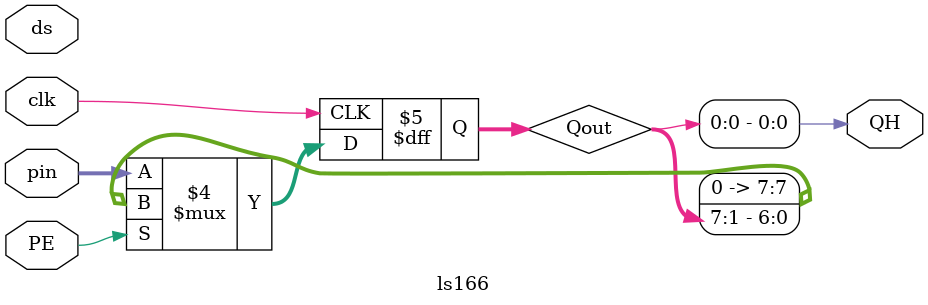
<source format=v>
`timescale 1ns/1ps

`define ASSIGN_UNPACK_ARRAY(PK_LEN, PK_WIDTH, UNPK_DEST, PK_SRC) wire [PK_LEN*PK_WIDTH-1:0] PK_IN_BUS; assign PK_IN_BUS=PK_SRC; generate genvar unpk_idx; for (unpk_idx=0; unpk_idx<PK_LEN; unpk_idx=unpk_idx+1) begin: gen_unpack assign UNPK_DEST[unpk_idx][PK_WIDTH-1:0]=PK_IN_BUS[PK_WIDTH*unpk_idx+:PK_WIDTH]; end endgenerate
`define PACK_ARRAY(PK_LEN, PK_WIDTH, UNPK_SRC) PK_OUT_BUS; wire [PK_LEN*PK_WIDTH-1:0] PK_OUT_BUS; generate genvar pk_idx; for (pk_idx=0; pk_idx<PK_LEN; pk_idx=pk_idx+1) begin: gen_pack assign PK_OUT_BUS[PK_WIDTH*pk_idx+:PK_WIDTH]=UNPK_SRC[pk_idx][PK_WIDTH-1:0]; end endgenerate

/*        _____________
        _|             |_
n_clr1 |_|1          14|_| VCC
        _|             |_
d1     |_|2          13|_| n_clr2
        _|             |_
clk1   |_|3          12|_| d2
        _|             |_
n_pre1 |_|4          11|_| clk2
        _|             |_
q1     |_|5          10|_| n_pre2
        _|             |_
n_q1   |_|6           9|_| q2
        _|             |_
GND    |_|7           8|_| n_q2
         |_____________|
*/

module ls74  //not used
(
	input  n_pre1, n_pre2,
	input  n_clr1, n_clr2,
	input  clk1, clk2,
	input  d1, d2,
	output reg q1, q2,
    output n_q1, n_q2
);

always @(posedge clk1 or negedge n_pre1 or negedge n_clr1) begin
	if(!n_pre1)
		q1 <= 1;
	else if(!n_clr1)
		q1 <= 0;
	else
		q1 <= d1;
end
assign n_q1 = ~q1;

always @(posedge clk2 or negedge n_pre2 or negedge n_clr2) begin
	if(!n_pre2)
		q2 <= 1;
	else if(!n_clr2)
		q2 <= 0;
	else
		q2 <= d2;
end
assign n_q2 = ~q2;

endmodule

//74LS107 Chip pinout:
/*     _____________
     _|             |_
1J  |_|1          14|_| VCC
     _|             |_
1nQ |_|2          13|_| 1nCLR
     _|             |_
1Q  |_|3          12|_| 1CK
     _|             |_
1K  |_|4          11|_| 2K
     _|             |_
2Q  |_|5          10|_| 2nCLR
     _|             |_
2nQ |_|6           9|_| 2CK
     _|             |_
GND |_|7           8|_| 2J
      |_____________|
*/

module ls107(
   input clear,
   input clk,
   input j,
   input k,
   output reg q,
   output qnot,
	output reg q_immediate
);

assign qnot=~q;
  always @(posedge clk or negedge clear) begin
	if (!clear) q_immediate<=1'b0; else
		case ({j, k})
		2'b00: q_immediate<=q;
		2'b01: q_immediate<=1'b0;
		2'b10: q_immediate<=1'b1;
		2'b11: q_immediate<=~q;
		endcase
  end
  always @(negedge clk) begin
			q<=q_immediate;
  end
endmodule


//74LS139 Chip pinout:
/*      _____________
      _|             |_
1n_G |_|1          16|_| VCC
      _|             |_
1A   |_|2          15|_| 2n_G
      _|             |_
1B   |_|3          14|_| 2A
      _|             |_
1Y0  |_|4          13|_| 2B
      _|             |_
1Y1  |_|5          12|_| 2Y0
      _|             |_
1Y2  |_|6          11|_| 2Y1
      _|             |_
1Y3  |_|7          10|_| 2Y2
      _|             |_
GND  |_|8           9|_| 2Y3
       |_____________|
*/

module ls139 //used
(
	input  		 a,
    input  		 b,
  	input  		 n_g,
  	output [3:0] y
);

  assign y = (!n_g && !a && !b) ? 4'b1110:
    (!n_g && a && !b)  ? 4'b1101:
    (!n_g && !a && b)  ? 4'b1011:
    (!n_g && a && b)   ? 4'b0111:
	4'b1111;

endmodule



//Chip pinout:
/*       _____________
       _|             |_
 D(3) |_|1          16|_| VCC
       _|             |_
 D(2) |_|2          15|_| D(4)
       _|             |_
 D(1) |_|3          14|_| D(5)
       _|             |_
 D(0) |_|4          13|_| D(6)
       _|             |_
   Y  |_|5          12|_| D(7)
       _|             |_
   W  |_|6          11|_| A
       _|             |_
   S  |_|7          10|_| B
       _|             |_
  GND |_|8           9|_| C
        |_____________|
*/

module ttl_74283 #(parameter WIDTH = 4, DELAY_RISE = 0, DELAY_FALL = 0) //used
(
  input [WIDTH-1:0] a,
  input [WIDTH-1:0] b,
  input c_in,
  output [WIDTH-1:0] sum,
  output c_out
);

//------------------------------------------------//
reg [WIDTH-1:0] Sum_computed;
reg C_computed;

always @(*)
begin
  {C_computed, Sum_computed} = {1'b0, a} + {1'b0, b} + c_in;
end
//------------------------------------------------//

assign #(DELAY_RISE, DELAY_FALL) sum = Sum_computed;
assign #(DELAY_RISE, DELAY_FALL) c_out = C_computed;

endmodule


module ls138x ( //used
	input  [2:0] A,
  	input		 nE1,
  	input		 nE2,
   input		 E3,
  	output [7:0] Y
);

reg [7:0] Q;
wire trigger;
assign trigger = !nE1 & !nE2 & E3;

always @(*) begin

	 if (trigger) begin
		case (A)
		  3'b000: Q[7:0]=8'b11111110;
		  3'b001: Q[7:0]=8'b11111101;
		  3'b010: Q[7:0]=8'b11111011;
		  3'b011: Q[7:0]=8'b11110111;
		  3'b100: Q[7:0]=8'b11101111;
		  3'b101: Q[7:0]=8'b11011111;
		  3'b110: Q[7:0]=8'b10111111;
		  3'b111: Q[7:0]=8'b01111111;
		  //default: Q[7:0]=8'b11111111;
		endcase

	 end
	 else begin //
		Q[7:0] = 8'b11111111;
	 end
end

assign Y = Q;

endmodule


// 3-to-8 line decoder/demultiplexer; inverting
module jt74138( // ref: 74??138
    input        e1_b,  // pin: 4
    input        e2_b,	// pin: 5
    input        e3,    // pin: 6
    input  [2:0] a,     // pin: 3,2,1
    output [7:0] y_b,   // pin: 7,9,10,11,12,13,14,15
    input        VDD,   // pin: 16
    input        VSS    // pin: 8
);
    reg [7:0] yb_nodly;
    always @(*)
        if( e1_b || e2_b || !e3 )
            yb_nodly <= 8'hff;
        else yb_nodly = ~ ( 8'b1 << a );
    assign #30 y_b = yb_nodly;
endmodule




module ls139x //used
(
	input  [1:0] A,
  	input  		 nE,
  	output [3:0] Y
);
	reg [3:0] Q;
	wire trigger;
	assign trigger = !nE;

always @(*) begin
	if (trigger) begin
		case (A)
			3'b00: Q[3:0]=4'b1110;
			3'b01: Q[3:0]=4'b1101;
			3'b10: Q[3:0]=4'b1011;
			3'b11: Q[3:0]=4'b0111;
		endcase
	end
	else begin
		Q[3:0]=4'b1111;
	end
end

assign Y=Q;
		
endmodule


module ls74x  //not used
(
	input  n_pre,
	input  n_clr,
	input  clk,
	input  d,
	output reg q,
   output n_q
);

always @(posedge clk or negedge n_pre or negedge n_clr) begin
	if(!n_pre)
		q <= 1;
	else if(!n_clr)
		q <= 0;
	else
		q <= d;
end

assign n_q = ~q;

endmodule

// Dual D flip-flop with set and clear; positive-edge-triggered

// Note: Preset_bar is synchronous, not asynchronous as specified in datasheet for this device,
//       in order to meet requirements for FPGA circuit design (see IceChips Technical Notes)

module ttl_7474 #(parameter BLOCKS = 2, DELAY_RISE = 0, DELAY_FALL = 0)
(
  input [BLOCKS-1:0] n_pre,
  input [BLOCKS-1:0] n_clr,
  input [BLOCKS-1:0] d,
  input [BLOCKS-1:0] clk,
  output [BLOCKS-1:0] q,
  output [BLOCKS-1:0] n_q
);

//------------------------------------------------//
reg [BLOCKS-1:0] Q_current;
reg [BLOCKS-1:0] Preset_bar_previous;

generate
  genvar i;
  for (i = 0; i < BLOCKS; i = i + 1)
  begin: gen_blocks
    always @(posedge clk[i] or negedge n_clr[i])
    begin
      if (!n_clr[i])
        Q_current[i] <= 1'b0;
      else if (!n_pre[i] && Preset_bar_previous[i])  // falling edge has occurred
        Q_current[i] <= 1'b1;
      else
      begin
        Q_current[i] <= d[i];
        Preset_bar_previous[i] <= n_pre[i];
      end
    end
  end
endgenerate
//------------------------------------------------//

assign #(DELAY_RISE, DELAY_FALL) q = Q_current;
assign #(DELAY_RISE, DELAY_FALL) n_q = ~Q_current;

endmodule

//ls175
module ls175(
	input			nMR,
	input			clk,
	input 	[3:0]	D,
	output	[3:0]	Q,
	output	[3:0]	nQ
);

reg [3:0] latch = 4'b0;
assign Q  = ~nMR ?  4'b0000 : latch;
assign nQ = ~nMR ?  4'b1111 : ~latch;

always @(posedge clk)
begin
		latch[3:0] = D[3:0];
end

endmodule

module mux1_8(
	input nEN,
	input nRST,
	input D,
	input [2:0] A,
	output [7:0] Q
);

reg [7:0] latch;
assign Q = latch; //handles memory & clear

always @(*) begin
	if (!nRST) latch<=8'b00000000;
	if (!nEN) latch[A]<=D;
end
/*	else
		case (A)
		  3'b000: latch[7:0]<={7'b0000000,D};
		  3'b001: latch[7:0]<={6'b000000,D,1'b0};
		  3'b010: latch[7:0]<={5'b00000,D,2'b00};
		  3'b011: latch[7:0]<={4'b0000,D,3'b000};
		  3'b100: latch[7:0]<={3'b000,D,4'b0000};
		  3'b101: latch[7:0]<={2'b00,D,5'b00000};
		  3'b110: latch[7:0]<={1'b0,D,6'b000000};
		  3'b111: latch[7:0]<={    D,7'b000000};
		endcase*/
endmodule
	
module mux4_1 (
    input EN_n,
    input A, B,
    input D0, D1, D2, D3,
    output Y
);

/* KEEP THE OUTPUT VALUE */
wire [1:0] S;
reg Y_reg;

assign S = {B, A};

always @(*) begin
    if (EN_n)
        Y_reg = 1'bz;
    else
        case (S)
            2'b00: Y_reg <= D0;
            2'b01: Y_reg <= D1;
            2'b10: Y_reg <= D2;
            2'b11: Y_reg <= D3;
        endcase
end

assign Y = Y_reg;

endmodule

module mux4_1n (
    input EN_n,
    input A, B,
    input D0, D1, D2, D3,
    output Y
);

/* KEEP THE OUTPUT VALUE */
wire [1:0] S;
reg Y_reg;

assign S = {B, A};

always @(*) begin
    if (EN_n)
        Y_reg <= 1'b0;
    else
        case (S)
            2'b00: Y_reg <= D0;
            2'b01: Y_reg <= D1;
            2'b10: Y_reg <= D2;
            2'b11: Y_reg <= D3;
        endcase
end

assign Y = Y_reg;

endmodule


module mux4_2n (
    input EN_n,
    input A, B,
    input  [1:0] D0, D1, D2, D3,
    output [1:0] Y
);

/* KEEP THE OUTPUT VALUE */
wire [1:0] S;
reg [1:0] Y_reg;

assign S = {B, A};

always @(*) begin
    if (EN_n)
        Y_reg <= 2'b00;
    else
        case (S)
            2'b00: Y_reg <= D0;
            2'b01: Y_reg <= D1;
            2'b10: Y_reg <= D2;
            2'b11: Y_reg <= D3;
        endcase
end

assign Y = Y_reg;

endmodule

module mux4_4n (
    input EN_n,
    input A, B,
    input [3:0] D0, D1, D2, D3,
    output [3:0] Y
);

/* KEEP THE OUTPUT VALUE */
wire [1:0] S;
reg [3:0] Y_reg;

assign S = {B, A};

always @(*) begin
    if (EN_n)
        Y_reg <= 4'b0000;
    else
        case (S)
            2'b00: Y_reg <= D0;
            2'b01: Y_reg <= D1;
            2'b10: Y_reg <= D2;
            2'b11: Y_reg <= D3;
        endcase
end

assign Y = Y_reg;

endmodule

module mux4_1x (
    input EN_n,
	 input DIS_n,
    input A, B,
    input D0, D1, D2, D3,
    output Y
);

/* KEEP THE OUTPUT VALUE */
wire [1:0] S;
reg Y_reg;
reg active;

always @(EN_n,DIS_n) begin

	if (!EN_n & DIS_n) active = 1;
	else if (!DIS_n) active =0;

end

assign S = {B, A};

always @(*) begin
    if (!active)
        Y_reg <= 1'b0;
    else
        case (S)
            2'b00: Y_reg <= D0;
            2'b01: Y_reg <= D1;
            2'b10: Y_reg <= D2;
            2'b11: Y_reg <= D3;
        endcase
end

assign Y = Y_reg;

endmodule

module top_74ls153 (
    input A, B,
    input [1:0] EN_n,
    input D1_0, D1_1, D1_2, D1_3,
    input D2_0, D2_1, D2_2, D2_3,
    output Y1, Y2
);

/* LEFT MUX 4 - 1 */
mux4_1n left_74ls153 (
    .EN_n(EN_n[0]),
    .A(A),
    .B(B),
    .D0(D1_0),
    .D1(D1_1),
    .D2(D1_2),
    .D3(D1_3),
    .Y(Y1)
);

/* RIGHT MUX 4 - 1 */
mux4_1n right_74ls153 (
    .EN_n(EN_n[1]),
    .A(A),
    .B(B),
    .D0(D2_0),
    .D1(D2_1),
    .D2(D2_2),
    .D3(D2_3),
    .Y(Y2)
);

endmodule


module ls194 (
	input clk,
	input [3:0] pin,
	input S0,
	input S1,
	input dsl,
	input dsr,
	output [3:0] Q
);

reg [3:0] Qout;

always @(posedge clk) begin
	if (S0|S1) begin
		Qout <= 	(S0&S1) ? pin :
					(S0&!S1) ? {Qout[2:0],dsr}:{dsl,Qout[3:1]};
	end
end

assign Q = Qout;

endmodule


module ls299 (
	input clk,
	input [7:0] pin,
	input S0,
	input S1,
	input dsl,
	input dsr,
	output QA,
	output QH
);

reg [7:0] Qout;

always @(posedge clk) begin
	if (S0|S1) begin
		Qout <= 	(S0&S1) ? pin :
					(S0&!S1) ? {Qout<<1}:{Qout>>1};
	end
end

assign QA = Qout[0];
assign QH = Qout[7];

endmodule

	
module ls166 (
	input clk,
	input [7:0] pin,
	input PE,
	input ds,
	output QH
);

reg [7:0] Qout;

always @(posedge clk) begin
		Qout <= 	(!PE) ? pin : Qout>>1; //i might have this flipped
end

//assign QH = Qout[0];
assign QH = Qout[0];

endmodule

</source>
